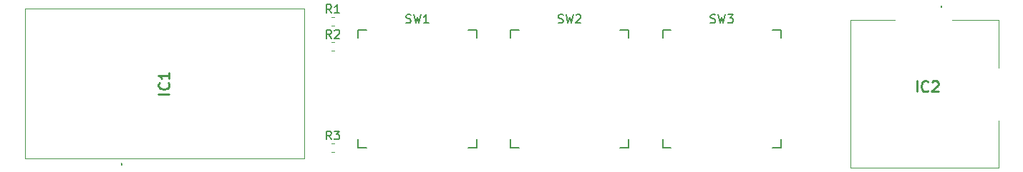
<source format=gbr>
%TF.GenerationSoftware,KiCad,Pcbnew,(5.1.6)-1*%
%TF.CreationDate,2022-09-18T22:31:06+09:00*%
%TF.ProjectId,JoyConMouse,4a6f7943-6f6e-44d6-9f75-73652e6b6963,rev?*%
%TF.SameCoordinates,Original*%
%TF.FileFunction,Legend,Top*%
%TF.FilePolarity,Positive*%
%FSLAX46Y46*%
G04 Gerber Fmt 4.6, Leading zero omitted, Abs format (unit mm)*
G04 Created by KiCad (PCBNEW (5.1.6)-1) date 2022-09-18 22:31:06*
%MOMM*%
%LPD*%
G01*
G04 APERTURE LIST*
%ADD10C,0.200000*%
%ADD11C,0.100000*%
%ADD12C,0.120000*%
%ADD13C,0.150000*%
%ADD14C,0.254000*%
G04 APERTURE END LIST*
D10*
%TO.C,IC1*%
X53000000Y-97000000D02*
X53000000Y-97000000D01*
X53000000Y-96900000D02*
X53000000Y-96900000D01*
X53000000Y-97000000D02*
X53000000Y-97000000D01*
D11*
X74590000Y-96270000D02*
X41570000Y-96270000D01*
X74590000Y-78490000D02*
X74590000Y-96270000D01*
X41570000Y-78490000D02*
X74590000Y-78490000D01*
X41570000Y-96270000D02*
X41570000Y-78490000D01*
D10*
X53000000Y-96900000D02*
G75*
G02*
X53000000Y-97000000I0J-50000D01*
G01*
X53000000Y-97000000D02*
G75*
G02*
X53000000Y-96900000I0J50000D01*
G01*
X53000000Y-96900000D02*
G75*
G02*
X53000000Y-97000000I0J-50000D01*
G01*
D11*
%TO.C,IC2*%
X156750000Y-79850000D02*
X151250000Y-79850000D01*
X156750000Y-85500000D02*
X156750000Y-79850000D01*
X156750000Y-97350000D02*
X156750000Y-91750000D01*
X139250000Y-97350000D02*
X156750000Y-97350000D01*
X139250000Y-79850000D02*
X139250000Y-97350000D01*
X144500000Y-79850000D02*
X139250000Y-79850000D01*
D10*
X150000000Y-78300000D02*
X150000000Y-78300000D01*
X150000000Y-78200000D02*
X150000000Y-78200000D01*
X150000000Y-78300000D02*
X150000000Y-78300000D01*
X150000000Y-78200000D02*
G75*
G02*
X150000000Y-78300000I0J-50000D01*
G01*
X150000000Y-78300000D02*
G75*
G02*
X150000000Y-78200000I0J50000D01*
G01*
X150000000Y-78200000D02*
G75*
G02*
X150000000Y-78300000I0J-50000D01*
G01*
D12*
%TO.C,R1*%
X77828733Y-80510000D02*
X78171267Y-80510000D01*
X77828733Y-79490000D02*
X78171267Y-79490000D01*
%TO.C,R2*%
X77828733Y-82490000D02*
X78171267Y-82490000D01*
X77828733Y-83510000D02*
X78171267Y-83510000D01*
%TO.C,R3*%
X77828733Y-95510000D02*
X78171267Y-95510000D01*
X77828733Y-94490000D02*
X78171267Y-94490000D01*
D13*
%TO.C,SW1*%
X81000000Y-82000000D02*
X81000000Y-81000000D01*
X81000000Y-95000000D02*
X82000000Y-95000000D01*
X82000000Y-81000000D02*
X81000000Y-81000000D01*
X81000000Y-95000000D02*
X81000000Y-94000000D01*
X95000000Y-94000000D02*
X95000000Y-95000000D01*
X95000000Y-81000000D02*
X94000000Y-81000000D01*
X94000000Y-95000000D02*
X95000000Y-95000000D01*
X95000000Y-81000000D02*
X95000000Y-82000000D01*
%TO.C,SW2*%
X113000000Y-81000000D02*
X113000000Y-82000000D01*
X112000000Y-95000000D02*
X113000000Y-95000000D01*
X113000000Y-81000000D02*
X112000000Y-81000000D01*
X113000000Y-94000000D02*
X113000000Y-95000000D01*
X99000000Y-95000000D02*
X99000000Y-94000000D01*
X100000000Y-81000000D02*
X99000000Y-81000000D01*
X99000000Y-95000000D02*
X100000000Y-95000000D01*
X99000000Y-82000000D02*
X99000000Y-81000000D01*
%TO.C,SW3*%
X117000000Y-82000000D02*
X117000000Y-81000000D01*
X117000000Y-95000000D02*
X118000000Y-95000000D01*
X118000000Y-81000000D02*
X117000000Y-81000000D01*
X117000000Y-95000000D02*
X117000000Y-94000000D01*
X131000000Y-94000000D02*
X131000000Y-95000000D01*
X131000000Y-81000000D02*
X130000000Y-81000000D01*
X130000000Y-95000000D02*
X131000000Y-95000000D01*
X131000000Y-81000000D02*
X131000000Y-82000000D01*
%TO.C,IC1*%
D14*
X58654523Y-88619761D02*
X57384523Y-88619761D01*
X58533571Y-87289285D02*
X58594047Y-87349761D01*
X58654523Y-87531190D01*
X58654523Y-87652142D01*
X58594047Y-87833571D01*
X58473095Y-87954523D01*
X58352142Y-88015000D01*
X58110238Y-88075476D01*
X57928809Y-88075476D01*
X57686904Y-88015000D01*
X57565952Y-87954523D01*
X57445000Y-87833571D01*
X57384523Y-87652142D01*
X57384523Y-87531190D01*
X57445000Y-87349761D01*
X57505476Y-87289285D01*
X58654523Y-86079761D02*
X58654523Y-86805476D01*
X58654523Y-86442619D02*
X57384523Y-86442619D01*
X57565952Y-86563571D01*
X57686904Y-86684523D01*
X57747380Y-86805476D01*
%TO.C,IC2*%
X147060238Y-88349523D02*
X147060238Y-87079523D01*
X148390714Y-88228571D02*
X148330238Y-88289047D01*
X148148809Y-88349523D01*
X148027857Y-88349523D01*
X147846428Y-88289047D01*
X147725476Y-88168095D01*
X147665000Y-88047142D01*
X147604523Y-87805238D01*
X147604523Y-87623809D01*
X147665000Y-87381904D01*
X147725476Y-87260952D01*
X147846428Y-87140000D01*
X148027857Y-87079523D01*
X148148809Y-87079523D01*
X148330238Y-87140000D01*
X148390714Y-87200476D01*
X148874523Y-87200476D02*
X148935000Y-87140000D01*
X149055952Y-87079523D01*
X149358333Y-87079523D01*
X149479285Y-87140000D01*
X149539761Y-87200476D01*
X149600238Y-87321428D01*
X149600238Y-87442380D01*
X149539761Y-87623809D01*
X148814047Y-88349523D01*
X149600238Y-88349523D01*
%TO.C,R1*%
D13*
X77833333Y-79022380D02*
X77500000Y-78546190D01*
X77261904Y-79022380D02*
X77261904Y-78022380D01*
X77642857Y-78022380D01*
X77738095Y-78070000D01*
X77785714Y-78117619D01*
X77833333Y-78212857D01*
X77833333Y-78355714D01*
X77785714Y-78450952D01*
X77738095Y-78498571D01*
X77642857Y-78546190D01*
X77261904Y-78546190D01*
X78785714Y-79022380D02*
X78214285Y-79022380D01*
X78500000Y-79022380D02*
X78500000Y-78022380D01*
X78404761Y-78165238D01*
X78309523Y-78260476D01*
X78214285Y-78308095D01*
%TO.C,R2*%
X77833333Y-82022380D02*
X77500000Y-81546190D01*
X77261904Y-82022380D02*
X77261904Y-81022380D01*
X77642857Y-81022380D01*
X77738095Y-81070000D01*
X77785714Y-81117619D01*
X77833333Y-81212857D01*
X77833333Y-81355714D01*
X77785714Y-81450952D01*
X77738095Y-81498571D01*
X77642857Y-81546190D01*
X77261904Y-81546190D01*
X78214285Y-81117619D02*
X78261904Y-81070000D01*
X78357142Y-81022380D01*
X78595238Y-81022380D01*
X78690476Y-81070000D01*
X78738095Y-81117619D01*
X78785714Y-81212857D01*
X78785714Y-81308095D01*
X78738095Y-81450952D01*
X78166666Y-82022380D01*
X78785714Y-82022380D01*
%TO.C,R3*%
X77833333Y-94022380D02*
X77500000Y-93546190D01*
X77261904Y-94022380D02*
X77261904Y-93022380D01*
X77642857Y-93022380D01*
X77738095Y-93070000D01*
X77785714Y-93117619D01*
X77833333Y-93212857D01*
X77833333Y-93355714D01*
X77785714Y-93450952D01*
X77738095Y-93498571D01*
X77642857Y-93546190D01*
X77261904Y-93546190D01*
X78166666Y-93022380D02*
X78785714Y-93022380D01*
X78452380Y-93403333D01*
X78595238Y-93403333D01*
X78690476Y-93450952D01*
X78738095Y-93498571D01*
X78785714Y-93593809D01*
X78785714Y-93831904D01*
X78738095Y-93927142D01*
X78690476Y-93974761D01*
X78595238Y-94022380D01*
X78309523Y-94022380D01*
X78214285Y-93974761D01*
X78166666Y-93927142D01*
%TO.C,SW1*%
X86666666Y-80149761D02*
X86809523Y-80197380D01*
X87047619Y-80197380D01*
X87142857Y-80149761D01*
X87190476Y-80102142D01*
X87238095Y-80006904D01*
X87238095Y-79911666D01*
X87190476Y-79816428D01*
X87142857Y-79768809D01*
X87047619Y-79721190D01*
X86857142Y-79673571D01*
X86761904Y-79625952D01*
X86714285Y-79578333D01*
X86666666Y-79483095D01*
X86666666Y-79387857D01*
X86714285Y-79292619D01*
X86761904Y-79245000D01*
X86857142Y-79197380D01*
X87095238Y-79197380D01*
X87238095Y-79245000D01*
X87571428Y-79197380D02*
X87809523Y-80197380D01*
X88000000Y-79483095D01*
X88190476Y-80197380D01*
X88428571Y-79197380D01*
X89333333Y-80197380D02*
X88761904Y-80197380D01*
X89047619Y-80197380D02*
X89047619Y-79197380D01*
X88952380Y-79340238D01*
X88857142Y-79435476D01*
X88761904Y-79483095D01*
%TO.C,SW2*%
X104666666Y-80149761D02*
X104809523Y-80197380D01*
X105047619Y-80197380D01*
X105142857Y-80149761D01*
X105190476Y-80102142D01*
X105238095Y-80006904D01*
X105238095Y-79911666D01*
X105190476Y-79816428D01*
X105142857Y-79768809D01*
X105047619Y-79721190D01*
X104857142Y-79673571D01*
X104761904Y-79625952D01*
X104714285Y-79578333D01*
X104666666Y-79483095D01*
X104666666Y-79387857D01*
X104714285Y-79292619D01*
X104761904Y-79245000D01*
X104857142Y-79197380D01*
X105095238Y-79197380D01*
X105238095Y-79245000D01*
X105571428Y-79197380D02*
X105809523Y-80197380D01*
X106000000Y-79483095D01*
X106190476Y-80197380D01*
X106428571Y-79197380D01*
X106761904Y-79292619D02*
X106809523Y-79245000D01*
X106904761Y-79197380D01*
X107142857Y-79197380D01*
X107238095Y-79245000D01*
X107285714Y-79292619D01*
X107333333Y-79387857D01*
X107333333Y-79483095D01*
X107285714Y-79625952D01*
X106714285Y-80197380D01*
X107333333Y-80197380D01*
%TO.C,SW3*%
X122666666Y-80149761D02*
X122809523Y-80197380D01*
X123047619Y-80197380D01*
X123142857Y-80149761D01*
X123190476Y-80102142D01*
X123238095Y-80006904D01*
X123238095Y-79911666D01*
X123190476Y-79816428D01*
X123142857Y-79768809D01*
X123047619Y-79721190D01*
X122857142Y-79673571D01*
X122761904Y-79625952D01*
X122714285Y-79578333D01*
X122666666Y-79483095D01*
X122666666Y-79387857D01*
X122714285Y-79292619D01*
X122761904Y-79245000D01*
X122857142Y-79197380D01*
X123095238Y-79197380D01*
X123238095Y-79245000D01*
X123571428Y-79197380D02*
X123809523Y-80197380D01*
X124000000Y-79483095D01*
X124190476Y-80197380D01*
X124428571Y-79197380D01*
X124714285Y-79197380D02*
X125333333Y-79197380D01*
X125000000Y-79578333D01*
X125142857Y-79578333D01*
X125238095Y-79625952D01*
X125285714Y-79673571D01*
X125333333Y-79768809D01*
X125333333Y-80006904D01*
X125285714Y-80102142D01*
X125238095Y-80149761D01*
X125142857Y-80197380D01*
X124857142Y-80197380D01*
X124761904Y-80149761D01*
X124714285Y-80102142D01*
%TD*%
M02*

</source>
